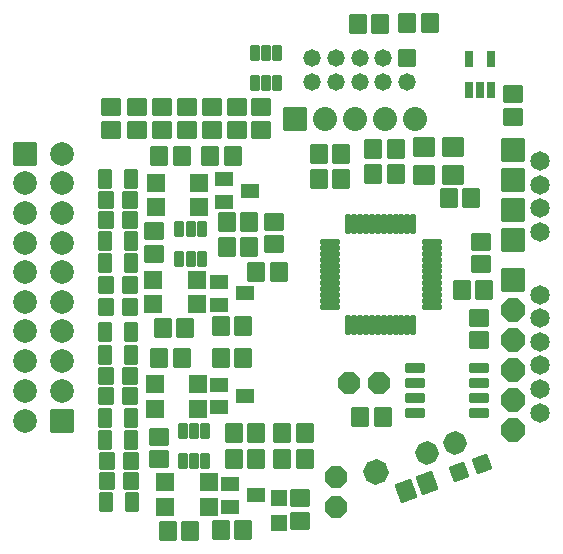
<source format=gbr>
%TF.GenerationSoftware,KiCad,Pcbnew,8.0.3*%
%TF.CreationDate,2024-06-29T02:25:23+02:00*%
%TF.ProjectId,io-16x-fused-fm,696f2d31-3678-42d6-9675-7365642d666d,rev?*%
%TF.SameCoordinates,Original*%
%TF.FileFunction,Soldermask,Top*%
%TF.FilePolarity,Negative*%
%FSLAX46Y46*%
G04 Gerber Fmt 4.6, Leading zero omitted, Abs format (unit mm)*
G04 Created by KiCad (PCBNEW 8.0.3) date 2024-06-29 02:25:23*
%MOMM*%
%LPD*%
G01*
G04 APERTURE LIST*
G04 Aperture macros list*
%AMRoundRect*
0 Rectangle with rounded corners*
0 $1 Rounding radius*
0 $2 $3 $4 $5 $6 $7 $8 $9 X,Y pos of 4 corners*
0 Add a 4 corners polygon primitive as box body*
4,1,4,$2,$3,$4,$5,$6,$7,$8,$9,$2,$3,0*
0 Add four circle primitives for the rounded corners*
1,1,$1+$1,$2,$3*
1,1,$1+$1,$4,$5*
1,1,$1+$1,$6,$7*
1,1,$1+$1,$8,$9*
0 Add four rect primitives between the rounded corners*
20,1,$1+$1,$2,$3,$4,$5,0*
20,1,$1+$1,$4,$5,$6,$7,0*
20,1,$1+$1,$6,$7,$8,$9,0*
20,1,$1+$1,$8,$9,$2,$3,0*%
%AMFreePoly0*
4,1,25,0.406913,0.920396,0.419036,0.910042,0.910042,0.419036,0.938549,0.363088,0.939800,0.347194,0.939800,-0.347194,0.920396,-0.406913,0.910042,-0.419036,0.419036,-0.910042,0.363088,-0.938549,0.347194,-0.939800,-0.347194,-0.939800,-0.406913,-0.920396,-0.419036,-0.910042,-0.910042,-0.419036,-0.938549,-0.363088,-0.939800,-0.347194,-0.939800,0.347194,-0.920396,0.406913,-0.910042,0.419036,
-0.419036,0.910042,-0.363088,0.938549,-0.347194,0.939800,0.347194,0.939800,0.406913,0.920396,0.406913,0.920396,$1*%
%AMFreePoly1*
4,1,25,0.438476,0.996596,0.450599,0.986242,0.986242,0.450599,1.014749,0.394651,1.016000,0.378757,1.016000,-0.378757,0.996596,-0.438476,0.986242,-0.450599,0.450599,-0.986242,0.394651,-1.014749,0.378757,-1.016000,-0.378757,-1.016000,-0.438476,-0.996596,-0.450599,-0.986242,-0.986242,-0.450599,-1.014749,-0.394651,-1.016000,-0.378757,-1.016000,0.378757,-0.996596,0.438476,-0.986242,0.450599,
-0.450599,0.986242,-0.394651,1.014749,-0.378757,1.016000,0.378757,1.016000,0.438476,0.996596,0.438476,0.996596,$1*%
G04 Aperture macros list end*
%ADD10RoundRect,0.101600X-0.750000X0.650000X-0.750000X-0.650000X0.750000X-0.650000X0.750000X0.650000X0*%
%ADD11RoundRect,0.101600X0.635000X0.635000X-0.635000X0.635000X-0.635000X-0.635000X0.635000X-0.635000X0*%
%ADD12C,1.473200*%
%ADD13RoundRect,0.101600X-0.700000X0.500000X-0.700000X-0.500000X0.700000X-0.500000X0.700000X0.500000X0*%
%ADD14RoundRect,0.101600X-0.500000X-0.750000X0.500000X-0.750000X0.500000X0.750000X-0.500000X0.750000X0*%
%ADD15RoundRect,0.101600X0.600000X0.650000X-0.600000X0.650000X-0.600000X-0.650000X0.600000X-0.650000X0*%
%ADD16RoundRect,0.101600X-0.650000X-0.750000X0.650000X-0.750000X0.650000X0.750000X-0.650000X0.750000X0*%
%ADD17RoundRect,0.101600X0.600000X0.600000X-0.600000X0.600000X-0.600000X-0.600000X0.600000X-0.600000X0*%
%ADD18RoundRect,0.101600X-0.700000X0.700000X-0.700000X-0.700000X0.700000X-0.700000X0.700000X0.700000X0*%
%ADD19RoundRect,0.101600X0.750000X-0.650000X0.750000X0.650000X-0.750000X0.650000X-0.750000X-0.650000X0*%
%ADD20RoundRect,0.101600X0.650000X0.750000X-0.650000X0.750000X-0.650000X-0.750000X0.650000X-0.750000X0*%
%ADD21RoundRect,0.101600X-0.298550X0.582300X-0.298550X-0.582300X0.298550X-0.582300X0.298550X0.582300X0*%
%ADD22FreePoly0,0.000000*%
%ADD23RoundRect,0.101600X-0.275000X-0.600000X0.275000X-0.600000X0.275000X0.600000X-0.275000X0.600000X0*%
%ADD24RoundRect,0.101600X0.354285X0.927083X-0.867315X0.482456X-0.354285X-0.927083X0.867315X-0.482456X0*%
%ADD25RoundRect,0.101600X0.914400X-0.914400X0.914400X0.914400X-0.914400X0.914400X-0.914400X-0.914400X0*%
%ADD26C,2.032000*%
%ADD27FreePoly0,270.000000*%
%ADD28RoundRect,0.101600X0.298550X-0.582300X0.298550X0.582300X-0.298550X0.582300X-0.298550X-0.582300X0*%
%ADD29RoundRect,0.101600X-0.125000X0.750000X-0.125000X-0.750000X0.125000X-0.750000X0.125000X0.750000X0*%
%ADD30RoundRect,0.101600X-0.750000X0.125000X-0.750000X-0.125000X0.750000X-0.125000X0.750000X0.125000X0*%
%ADD31RoundRect,0.101600X-0.769028X0.358603X-0.358603X-0.769028X0.769028X-0.358603X0.358603X0.769028X0*%
%ADD32RoundRect,0.101600X-0.750000X-0.325000X0.750000X-0.325000X0.750000X0.325000X-0.750000X0.325000X0*%
%ADD33C,1.643200*%
%ADD34RoundRect,0.101600X0.800000X0.750000X-0.800000X0.750000X-0.800000X-0.750000X0.800000X-0.750000X0*%
%ADD35RoundRect,0.101600X-0.800000X-0.750000X0.800000X-0.750000X0.800000X0.750000X-0.800000X0.750000X0*%
%ADD36FreePoly1,110.000000*%
%ADD37RoundRect,0.101600X0.900000X-0.900000X0.900000X0.900000X-0.900000X0.900000X-0.900000X-0.900000X0*%
%ADD38C,2.003200*%
%ADD39RoundRect,0.101600X-0.900000X0.900000X-0.900000X-0.900000X0.900000X-0.900000X0.900000X0.900000X0*%
%ADD40RoundRect,0.101600X0.914400X0.914400X-0.914400X0.914400X-0.914400X-0.914400X0.914400X-0.914400X0*%
%ADD41FreePoly0,290.000000*%
%ADD42RoundRect,0.101600X-0.914400X0.914400X-0.914400X-0.914400X0.914400X-0.914400X0.914400X0.914400X0*%
%ADD43FreePoly1,270.000000*%
G04 APERTURE END LIST*
D10*
%TO.C,C32*%
X137818400Y-117682050D03*
X137818400Y-119582050D03*
%TD*%
D11*
%TO.C,JP17*%
X158818400Y-85632050D03*
D12*
X158818400Y-87632050D03*
X156818400Y-85632050D03*
X156818400Y-87632050D03*
X154818400Y-85632050D03*
X154818400Y-87632050D03*
X152818400Y-85632050D03*
X152818400Y-87632050D03*
X150818400Y-85632050D03*
X150818400Y-87632050D03*
%TD*%
D13*
%TO.C,D23*%
X142919200Y-113282050D03*
X142919200Y-115182050D03*
X145119200Y-114232050D03*
%TD*%
D14*
%TO.C,F13*%
X133260400Y-95832050D03*
X135460400Y-95832050D03*
%TD*%
D15*
%TO.C,FB21*%
X135376400Y-106692050D03*
X133344400Y-106692050D03*
%TD*%
D16*
%TO.C,R79*%
X143069200Y-108332050D03*
X144969200Y-108332050D03*
%TD*%
D14*
%TO.C,F16*%
X133260400Y-108785350D03*
X135460400Y-108785350D03*
%TD*%
D17*
%TO.C,LED6*%
X148018400Y-122882050D03*
X148018400Y-124982050D03*
%TD*%
D18*
%TO.C,D20*%
X137568400Y-98232050D03*
X141268400Y-98232050D03*
%TD*%
D16*
%TO.C,R65*%
X138168400Y-108432050D03*
X140068400Y-108432050D03*
%TD*%
D14*
%TO.C,F9*%
X133260400Y-110778750D03*
X135460400Y-110778750D03*
%TD*%
D19*
%TO.C,R69*%
X136018400Y-91682050D03*
X136018400Y-89782050D03*
%TD*%
D18*
%TO.C,D18*%
X137368400Y-106432050D03*
X141068400Y-106432050D03*
%TD*%
D14*
%TO.C,F15*%
X133260400Y-103005450D03*
X135460400Y-103005450D03*
%TD*%
D16*
%TO.C,R74*%
X148269200Y-119532050D03*
X150169200Y-119532050D03*
%TD*%
%TO.C,C28*%
X151368400Y-93732050D03*
X153268400Y-93732050D03*
%TD*%
%TO.C,R75*%
X143069200Y-125532050D03*
X144969200Y-125532050D03*
%TD*%
D20*
%TO.C,C35*%
X160768400Y-82632050D03*
X158868400Y-82632050D03*
%TD*%
D10*
%TO.C,R68*%
X142318400Y-89782050D03*
X142318400Y-91682050D03*
%TD*%
D14*
%TO.C,F10*%
X133260400Y-116058750D03*
X135460400Y-116058750D03*
%TD*%
D21*
%TO.C,TVS9*%
X141468400Y-100056650D03*
X140518400Y-100056650D03*
X139568400Y-100056650D03*
X139568400Y-102607450D03*
X140518400Y-102607450D03*
X141468400Y-102607450D03*
%TD*%
D20*
%TO.C,R70*%
X156568400Y-82732050D03*
X154668400Y-82732050D03*
%TD*%
D22*
%TO.C,JP24*%
X152818400Y-121062050D03*
X152818400Y-123602050D03*
%TD*%
D15*
%TO.C,FB17*%
X135376400Y-112572050D03*
X133344400Y-112572050D03*
%TD*%
D19*
%TO.C,R71*%
X167818400Y-90582050D03*
X167818400Y-88682050D03*
%TD*%
D15*
%TO.C,FB19*%
X135476400Y-119745350D03*
X133444400Y-119745350D03*
%TD*%
D16*
%TO.C,R59*%
X144168400Y-117332050D03*
X146068400Y-117332050D03*
%TD*%
D23*
%TO.C,U3*%
X164068400Y-88332150D03*
X165018400Y-88332150D03*
X165968400Y-88332150D03*
X165968400Y-85731950D03*
X164068400Y-85731950D03*
%TD*%
D24*
%TO.C,R57*%
X160511108Y-121607131D03*
X158725692Y-122256969D03*
%TD*%
D18*
%TO.C,D13*%
X137468400Y-113232050D03*
X141168400Y-113232050D03*
%TD*%
D10*
%TO.C,R55*%
X138118400Y-89782050D03*
X138118400Y-91682050D03*
%TD*%
D25*
%TO.C,JP2*%
X149338400Y-90732050D03*
D26*
X151878400Y-90732050D03*
X154418400Y-90732050D03*
X156958400Y-90732050D03*
X159498400Y-90732050D03*
%TD*%
D16*
%TO.C,R76*%
X143069200Y-111032050D03*
X144969200Y-111032050D03*
%TD*%
%TO.C,C34*%
X151368400Y-95832050D03*
X153268400Y-95832050D03*
%TD*%
%TO.C,R60*%
X144168400Y-119532050D03*
X146068400Y-119532050D03*
%TD*%
D18*
%TO.C,D15*%
X138368400Y-123632050D03*
X142068400Y-123632050D03*
%TD*%
D27*
%TO.C,JP21*%
X156488400Y-113132050D03*
X153948400Y-113132050D03*
%TD*%
D28*
%TO.C,TVS5*%
X145968400Y-87707450D03*
X146918400Y-87707450D03*
X147868400Y-87707450D03*
X147868400Y-85156650D03*
X146918400Y-85156650D03*
X145968400Y-85156650D03*
%TD*%
D19*
%TO.C,C26*%
X140218400Y-91682050D03*
X140218400Y-89782050D03*
%TD*%
D18*
%TO.C,D14*%
X137468400Y-115332050D03*
X141168400Y-115332050D03*
%TD*%
D21*
%TO.C,TVS6*%
X141768400Y-117156650D03*
X140818400Y-117156650D03*
X139868400Y-117156650D03*
X139868400Y-119707450D03*
X140818400Y-119707450D03*
X141768400Y-119707450D03*
%TD*%
D10*
%TO.C,C33*%
X137418400Y-100282050D03*
X137418400Y-102182050D03*
%TD*%
D29*
%TO.C,IC5*%
X159368400Y-99632050D03*
X158868400Y-99632050D03*
X158368400Y-99632050D03*
X157868400Y-99632050D03*
X157368400Y-99632050D03*
X156868400Y-99632050D03*
X156368400Y-99632050D03*
X155868400Y-99632050D03*
X155368400Y-99632050D03*
X154868400Y-99632050D03*
X154368400Y-99632050D03*
X153868400Y-99632050D03*
D30*
X152318400Y-101182050D03*
X152318400Y-101682050D03*
X152318400Y-102182050D03*
X152318400Y-102682050D03*
X152318400Y-103182050D03*
X152318400Y-103682050D03*
X152318400Y-104182050D03*
X152318400Y-104682050D03*
X152318400Y-105182050D03*
X152318400Y-105682050D03*
X152318400Y-106182050D03*
X152318400Y-106682050D03*
D29*
X153868400Y-108232050D03*
X154368400Y-108232050D03*
X154868400Y-108232050D03*
X155368400Y-108232050D03*
X155868400Y-108232050D03*
X156368400Y-108232050D03*
X156868400Y-108232050D03*
X157368400Y-108232050D03*
X157868400Y-108232050D03*
X158368400Y-108232050D03*
X158868400Y-108232050D03*
X159368400Y-108232050D03*
D30*
X160918400Y-106682050D03*
X160918400Y-106182050D03*
X160918400Y-105682050D03*
X160918400Y-105182050D03*
X160918400Y-104682050D03*
X160918400Y-104182050D03*
X160918400Y-103682050D03*
X160918400Y-103182050D03*
X160918400Y-102682050D03*
X160918400Y-102182050D03*
X160918400Y-101682050D03*
X160918400Y-101182050D03*
%TD*%
D16*
%TO.C,R61*%
X138568400Y-125632050D03*
X140468400Y-125632050D03*
%TD*%
%TO.C,R58*%
X137868400Y-111032050D03*
X139768400Y-111032050D03*
%TD*%
D13*
%TO.C,D22*%
X143319200Y-95882050D03*
X143319200Y-97782050D03*
X145519200Y-96832050D03*
%TD*%
D10*
%TO.C,C27*%
X165118400Y-101182050D03*
X165118400Y-103082050D03*
%TD*%
D16*
%TO.C,R64*%
X143568400Y-101632050D03*
X145468400Y-101632050D03*
%TD*%
%TO.C,R63*%
X143568400Y-99532050D03*
X145468400Y-99532050D03*
%TD*%
D18*
%TO.C,D17*%
X137368400Y-104432050D03*
X141068400Y-104432050D03*
%TD*%
D31*
%TO.C,LED5*%
X163231723Y-120691171D03*
X165205077Y-119972929D03*
%TD*%
D15*
%TO.C,FB24*%
X135376400Y-97625450D03*
X133344400Y-97625450D03*
%TD*%
D32*
%TO.C,IC6*%
X159518400Y-111827050D03*
X159518400Y-113097050D03*
X159518400Y-114367050D03*
X159518400Y-115637050D03*
X164918400Y-115637050D03*
X164918400Y-114367050D03*
X164918400Y-113097050D03*
X164918400Y-111827050D03*
%TD*%
D15*
%TO.C,FB20*%
X135476400Y-121438750D03*
X133444400Y-121438750D03*
%TD*%
D16*
%TO.C,C30*%
X155968400Y-95432050D03*
X157868400Y-95432050D03*
%TD*%
D10*
%TO.C,R81*%
X149818400Y-122882050D03*
X149818400Y-124782050D03*
%TD*%
D19*
%TO.C,R77*%
X147618400Y-101381250D03*
X147618400Y-99481250D03*
%TD*%
D13*
%TO.C,D21*%
X142919200Y-104582050D03*
X142919200Y-106482050D03*
X145119200Y-105532050D03*
%TD*%
D18*
%TO.C,D19*%
X137568400Y-96232050D03*
X141268400Y-96232050D03*
%TD*%
D15*
%TO.C,FB23*%
X135376400Y-99318750D03*
X133344400Y-99318750D03*
%TD*%
D33*
%TO.C,JP22*%
X170118400Y-94332050D03*
X170118400Y-96332050D03*
X170118400Y-98332050D03*
X170118400Y-100332050D03*
%TD*%
D34*
%TO.C,Q3*%
X162768400Y-93182050D03*
X160268400Y-93182050D03*
D35*
X160268400Y-95482050D03*
X162768400Y-95482050D03*
%TD*%
D36*
%TO.C,PRGBTN2*%
X156218400Y-120632050D03*
%TD*%
D14*
%TO.C,F14*%
X133260400Y-101112050D03*
X135460400Y-101112050D03*
%TD*%
D19*
%TO.C,R66*%
X144418400Y-91682050D03*
X144418400Y-89782050D03*
%TD*%
D14*
%TO.C,F12*%
X133360400Y-123232050D03*
X135560400Y-123232050D03*
%TD*%
D19*
%TO.C,R72*%
X164918400Y-109482050D03*
X164918400Y-107582050D03*
%TD*%
D37*
%TO.C,J3*%
X129618400Y-116332050D03*
D38*
X126518400Y-116332050D03*
X129618400Y-113832050D03*
X126518400Y-113832050D03*
%TD*%
D20*
%TO.C,C31*%
X164268400Y-97432050D03*
X162368400Y-97432050D03*
%TD*%
D39*
%TO.C,J2*%
X126518400Y-93732050D03*
D38*
X129618400Y-93732050D03*
X126518400Y-96232050D03*
X129618400Y-96232050D03*
X126518400Y-98732050D03*
X129618400Y-98732050D03*
X126518400Y-101232050D03*
X129618400Y-101232050D03*
X126518400Y-103732050D03*
X129618400Y-103732050D03*
X126518400Y-106232050D03*
X129618400Y-106232050D03*
X126518400Y-108732050D03*
X129618400Y-108732050D03*
X126518400Y-111232050D03*
X129618400Y-111232050D03*
%TD*%
D16*
%TO.C,C25*%
X163468400Y-105232050D03*
X165368400Y-105232050D03*
%TD*%
%TO.C,R78*%
X146069200Y-103732050D03*
X147969200Y-103732050D03*
%TD*%
D20*
%TO.C,C36*%
X156768400Y-116032050D03*
X154868400Y-116032050D03*
%TD*%
D33*
%TO.C,J1*%
X170118400Y-105632050D03*
X170118400Y-107632050D03*
X170118400Y-109632050D03*
X170118400Y-111632050D03*
X170118400Y-113632050D03*
X170118400Y-115632050D03*
%TD*%
D13*
%TO.C,D24*%
X143819200Y-121682050D03*
X143819200Y-123582050D03*
X146019200Y-122632050D03*
%TD*%
D40*
%TO.C,JP23*%
X167818400Y-101042050D03*
X167818400Y-98502050D03*
X167818400Y-95962050D03*
X167818400Y-93422050D03*
%TD*%
D16*
%TO.C,R62*%
X137868400Y-93932050D03*
X139768400Y-93932050D03*
%TD*%
D19*
%TO.C,R56*%
X133818400Y-91682050D03*
X133818400Y-89782050D03*
%TD*%
D41*
%TO.C,JP18*%
X162911810Y-118197684D03*
X160524990Y-119066416D03*
%TD*%
D16*
%TO.C,R73*%
X148269200Y-117332050D03*
X150169200Y-117332050D03*
%TD*%
D42*
%TO.C,JP1*%
X167818400Y-104382050D03*
D43*
X167818400Y-106922050D03*
X167818400Y-109462050D03*
X167818400Y-112002050D03*
X167818400Y-114542050D03*
X167818400Y-117082050D03*
%TD*%
D20*
%TO.C,C29*%
X157868400Y-93332050D03*
X155968400Y-93332050D03*
%TD*%
D15*
%TO.C,FB22*%
X135376400Y-104798750D03*
X133344400Y-104798750D03*
%TD*%
D14*
%TO.C,F11*%
X133260400Y-117952050D03*
X135460400Y-117952050D03*
%TD*%
D19*
%TO.C,R67*%
X146518400Y-91682050D03*
X146518400Y-89782050D03*
%TD*%
D15*
%TO.C,FB18*%
X135376400Y-114265350D03*
X133344400Y-114265350D03*
%TD*%
D18*
%TO.C,D16*%
X138368400Y-121532050D03*
X142068400Y-121532050D03*
%TD*%
D16*
%TO.C,R80*%
X142169200Y-93932050D03*
X144069200Y-93932050D03*
%TD*%
M02*

</source>
